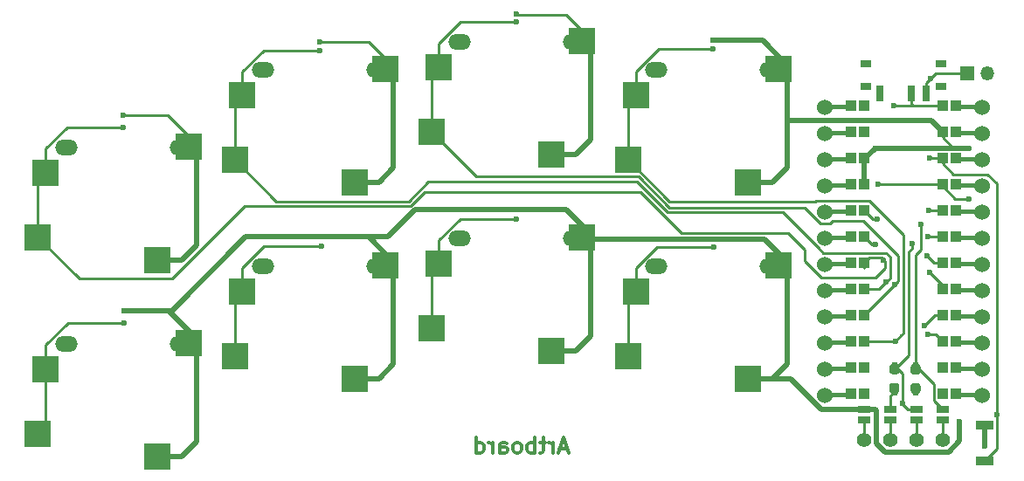
<source format=gbl>
G04 #@! TF.GenerationSoftware,KiCad,Pcbnew,5.1.9*
G04 #@! TF.CreationDate,2021-04-21T20:38:48-05:00*
G04 #@! TF.ProjectId,artboard,61727462-6f61-4726-942e-6b696361645f,0.1*
G04 #@! TF.SameCoordinates,Original*
G04 #@! TF.FileFunction,Copper,L2,Bot*
G04 #@! TF.FilePolarity,Positive*
%FSLAX46Y46*%
G04 Gerber Fmt 4.6, Leading zero omitted, Abs format (unit mm)*
G04 Created by KiCad (PCBNEW 5.1.9) date 2021-04-21 20:38:48*
%MOMM*%
%LPD*%
G01*
G04 APERTURE LIST*
G04 #@! TA.AperFunction,NonConductor*
%ADD10C,0.300000*%
G04 #@! TD*
G04 #@! TA.AperFunction,EtchedComponent*
%ADD11C,0.100000*%
G04 #@! TD*
G04 #@! TA.AperFunction,SMDPad,CuDef*
%ADD12R,2.600000X2.600000*%
G04 #@! TD*
G04 #@! TA.AperFunction,ComponentPad*
%ADD13O,2.200000X1.500000*%
G04 #@! TD*
G04 #@! TA.AperFunction,SMDPad,CuDef*
%ADD14C,0.100000*%
G04 #@! TD*
G04 #@! TA.AperFunction,ComponentPad*
%ADD15C,1.524000*%
G04 #@! TD*
G04 #@! TA.AperFunction,ComponentPad*
%ADD16C,0.750000*%
G04 #@! TD*
G04 #@! TA.AperFunction,SMDPad,CuDef*
%ADD17R,1.700000X0.900000*%
G04 #@! TD*
G04 #@! TA.AperFunction,SMDPad,CuDef*
%ADD18R,0.700000X1.500000*%
G04 #@! TD*
G04 #@! TA.AperFunction,SMDPad,CuDef*
%ADD19R,1.000000X0.800000*%
G04 #@! TD*
G04 #@! TA.AperFunction,SMDPad,CuDef*
%ADD20R,1.143000X0.635000*%
G04 #@! TD*
G04 #@! TA.AperFunction,ComponentPad*
%ADD21C,1.397000*%
G04 #@! TD*
G04 #@! TA.AperFunction,ComponentPad*
%ADD22R,1.350000X1.350000*%
G04 #@! TD*
G04 #@! TA.AperFunction,ComponentPad*
%ADD23O,1.350000X1.350000*%
G04 #@! TD*
G04 #@! TA.AperFunction,ViaPad*
%ADD24C,0.600000*%
G04 #@! TD*
G04 #@! TA.AperFunction,Conductor*
%ADD25C,0.250000*%
G04 #@! TD*
G04 #@! TA.AperFunction,Conductor*
%ADD26C,0.500000*%
G04 #@! TD*
G04 APERTURE END LIST*
D10*
X84172471Y-73158300D02*
X83458185Y-73158300D01*
X84315328Y-73586871D02*
X83815328Y-72086871D01*
X83315328Y-73586871D01*
X82815328Y-73586871D02*
X82815328Y-72586871D01*
X82815328Y-72872585D02*
X82743900Y-72729728D01*
X82672471Y-72658300D01*
X82529614Y-72586871D01*
X82386757Y-72586871D01*
X82101042Y-72586871D02*
X81529614Y-72586871D01*
X81886757Y-72086871D02*
X81886757Y-73372585D01*
X81815328Y-73515442D01*
X81672471Y-73586871D01*
X81529614Y-73586871D01*
X81029614Y-73586871D02*
X81029614Y-72086871D01*
X81029614Y-72658300D02*
X80886757Y-72586871D01*
X80601042Y-72586871D01*
X80458185Y-72658300D01*
X80386757Y-72729728D01*
X80315328Y-72872585D01*
X80315328Y-73301157D01*
X80386757Y-73444014D01*
X80458185Y-73515442D01*
X80601042Y-73586871D01*
X80886757Y-73586871D01*
X81029614Y-73515442D01*
X79458185Y-73586871D02*
X79601042Y-73515442D01*
X79672471Y-73444014D01*
X79743900Y-73301157D01*
X79743900Y-72872585D01*
X79672471Y-72729728D01*
X79601042Y-72658300D01*
X79458185Y-72586871D01*
X79243900Y-72586871D01*
X79101042Y-72658300D01*
X79029614Y-72729728D01*
X78958185Y-72872585D01*
X78958185Y-73301157D01*
X79029614Y-73444014D01*
X79101042Y-73515442D01*
X79243900Y-73586871D01*
X79458185Y-73586871D01*
X77672471Y-73586871D02*
X77672471Y-72801157D01*
X77743900Y-72658300D01*
X77886757Y-72586871D01*
X78172471Y-72586871D01*
X78315328Y-72658300D01*
X77672471Y-73515442D02*
X77815328Y-73586871D01*
X78172471Y-73586871D01*
X78315328Y-73515442D01*
X78386757Y-73372585D01*
X78386757Y-73229728D01*
X78315328Y-73086871D01*
X78172471Y-73015442D01*
X77815328Y-73015442D01*
X77672471Y-72944014D01*
X76958185Y-73586871D02*
X76958185Y-72586871D01*
X76958185Y-72872585D02*
X76886757Y-72729728D01*
X76815328Y-72658300D01*
X76672471Y-72586871D01*
X76529614Y-72586871D01*
X75386757Y-73586871D02*
X75386757Y-72086871D01*
X75386757Y-73515442D02*
X75529614Y-73586871D01*
X75815328Y-73586871D01*
X75958185Y-73515442D01*
X76029614Y-73444014D01*
X76101042Y-73301157D01*
X76101042Y-72872585D01*
X76029614Y-72729728D01*
X75958185Y-72658300D01*
X75815328Y-72586871D01*
X75529614Y-72586871D01*
X75386757Y-72658300D01*
D11*
G36*
X124371700Y-68109400D02*
G01*
X121831700Y-68109400D01*
X121831700Y-67728400D01*
X124371700Y-67728400D01*
X124371700Y-68109400D01*
G37*
X124371700Y-68109400D02*
X121831700Y-68109400D01*
X121831700Y-67728400D01*
X124371700Y-67728400D01*
X124371700Y-68109400D01*
G36*
X124371700Y-65569400D02*
G01*
X121831700Y-65569400D01*
X121831700Y-65188400D01*
X124371700Y-65188400D01*
X124371700Y-65569400D01*
G37*
X124371700Y-65569400D02*
X121831700Y-65569400D01*
X121831700Y-65188400D01*
X124371700Y-65188400D01*
X124371700Y-65569400D01*
G36*
X124371700Y-63029400D02*
G01*
X121831700Y-63029400D01*
X121831700Y-62648400D01*
X124371700Y-62648400D01*
X124371700Y-63029400D01*
G37*
X124371700Y-63029400D02*
X121831700Y-63029400D01*
X121831700Y-62648400D01*
X124371700Y-62648400D01*
X124371700Y-63029400D01*
G36*
X124371700Y-60489400D02*
G01*
X121831700Y-60489400D01*
X121831700Y-60108400D01*
X124371700Y-60108400D01*
X124371700Y-60489400D01*
G37*
X124371700Y-60489400D02*
X121831700Y-60489400D01*
X121831700Y-60108400D01*
X124371700Y-60108400D01*
X124371700Y-60489400D01*
G36*
X124371700Y-57949400D02*
G01*
X121831700Y-57949400D01*
X121831700Y-57568400D01*
X124371700Y-57568400D01*
X124371700Y-57949400D01*
G37*
X124371700Y-57949400D02*
X121831700Y-57949400D01*
X121831700Y-57568400D01*
X124371700Y-57568400D01*
X124371700Y-57949400D01*
G36*
X124371700Y-55409400D02*
G01*
X121831700Y-55409400D01*
X121831700Y-55028400D01*
X124371700Y-55028400D01*
X124371700Y-55409400D01*
G37*
X124371700Y-55409400D02*
X121831700Y-55409400D01*
X121831700Y-55028400D01*
X124371700Y-55028400D01*
X124371700Y-55409400D01*
G36*
X124371700Y-52869400D02*
G01*
X121831700Y-52869400D01*
X121831700Y-52488400D01*
X124371700Y-52488400D01*
X124371700Y-52869400D01*
G37*
X124371700Y-52869400D02*
X121831700Y-52869400D01*
X121831700Y-52488400D01*
X124371700Y-52488400D01*
X124371700Y-52869400D01*
G36*
X124371700Y-50329400D02*
G01*
X121831700Y-50329400D01*
X121831700Y-49948400D01*
X124371700Y-49948400D01*
X124371700Y-50329400D01*
G37*
X124371700Y-50329400D02*
X121831700Y-50329400D01*
X121831700Y-49948400D01*
X124371700Y-49948400D01*
X124371700Y-50329400D01*
G36*
X124371700Y-47789400D02*
G01*
X121831700Y-47789400D01*
X121831700Y-47408400D01*
X124371700Y-47408400D01*
X124371700Y-47789400D01*
G37*
X124371700Y-47789400D02*
X121831700Y-47789400D01*
X121831700Y-47408400D01*
X124371700Y-47408400D01*
X124371700Y-47789400D01*
G36*
X124371700Y-45249400D02*
G01*
X121831700Y-45249400D01*
X121831700Y-44868400D01*
X124371700Y-44868400D01*
X124371700Y-45249400D01*
G37*
X124371700Y-45249400D02*
X121831700Y-45249400D01*
X121831700Y-44868400D01*
X124371700Y-44868400D01*
X124371700Y-45249400D01*
G36*
X124371700Y-42709400D02*
G01*
X121831700Y-42709400D01*
X121831700Y-42328400D01*
X124371700Y-42328400D01*
X124371700Y-42709400D01*
G37*
X124371700Y-42709400D02*
X121831700Y-42709400D01*
X121831700Y-42328400D01*
X124371700Y-42328400D01*
X124371700Y-42709400D01*
G36*
X124371700Y-40169400D02*
G01*
X121831700Y-40169400D01*
X121831700Y-39788400D01*
X124371700Y-39788400D01*
X124371700Y-40169400D01*
G37*
X124371700Y-40169400D02*
X121831700Y-40169400D01*
X121831700Y-39788400D01*
X124371700Y-39788400D01*
X124371700Y-40169400D01*
G36*
X111671700Y-68109400D02*
G01*
X109131700Y-68109400D01*
X109131700Y-67728400D01*
X111671700Y-67728400D01*
X111671700Y-68109400D01*
G37*
X111671700Y-68109400D02*
X109131700Y-68109400D01*
X109131700Y-67728400D01*
X111671700Y-67728400D01*
X111671700Y-68109400D01*
G36*
X111671700Y-65569400D02*
G01*
X109131700Y-65569400D01*
X109131700Y-65188400D01*
X111671700Y-65188400D01*
X111671700Y-65569400D01*
G37*
X111671700Y-65569400D02*
X109131700Y-65569400D01*
X109131700Y-65188400D01*
X111671700Y-65188400D01*
X111671700Y-65569400D01*
G36*
X111671700Y-63029400D02*
G01*
X109131700Y-63029400D01*
X109131700Y-62648400D01*
X111671700Y-62648400D01*
X111671700Y-63029400D01*
G37*
X111671700Y-63029400D02*
X109131700Y-63029400D01*
X109131700Y-62648400D01*
X111671700Y-62648400D01*
X111671700Y-63029400D01*
G36*
X111671700Y-60489400D02*
G01*
X109131700Y-60489400D01*
X109131700Y-60108400D01*
X111671700Y-60108400D01*
X111671700Y-60489400D01*
G37*
X111671700Y-60489400D02*
X109131700Y-60489400D01*
X109131700Y-60108400D01*
X111671700Y-60108400D01*
X111671700Y-60489400D01*
G36*
X111671700Y-57949400D02*
G01*
X109131700Y-57949400D01*
X109131700Y-57568400D01*
X111671700Y-57568400D01*
X111671700Y-57949400D01*
G37*
X111671700Y-57949400D02*
X109131700Y-57949400D01*
X109131700Y-57568400D01*
X111671700Y-57568400D01*
X111671700Y-57949400D01*
G36*
X111671700Y-55409400D02*
G01*
X109131700Y-55409400D01*
X109131700Y-55028400D01*
X111671700Y-55028400D01*
X111671700Y-55409400D01*
G37*
X111671700Y-55409400D02*
X109131700Y-55409400D01*
X109131700Y-55028400D01*
X111671700Y-55028400D01*
X111671700Y-55409400D01*
G36*
X111671700Y-52869400D02*
G01*
X109131700Y-52869400D01*
X109131700Y-52488400D01*
X111671700Y-52488400D01*
X111671700Y-52869400D01*
G37*
X111671700Y-52869400D02*
X109131700Y-52869400D01*
X109131700Y-52488400D01*
X111671700Y-52488400D01*
X111671700Y-52869400D01*
G36*
X111671700Y-50329400D02*
G01*
X109131700Y-50329400D01*
X109131700Y-49948400D01*
X111671700Y-49948400D01*
X111671700Y-50329400D01*
G37*
X111671700Y-50329400D02*
X109131700Y-50329400D01*
X109131700Y-49948400D01*
X111671700Y-49948400D01*
X111671700Y-50329400D01*
G36*
X111671700Y-45249400D02*
G01*
X109131700Y-45249400D01*
X109131700Y-44868400D01*
X111671700Y-44868400D01*
X111671700Y-45249400D01*
G37*
X111671700Y-45249400D02*
X109131700Y-45249400D01*
X109131700Y-44868400D01*
X111671700Y-44868400D01*
X111671700Y-45249400D01*
G36*
X111671700Y-47789400D02*
G01*
X109131700Y-47789400D01*
X109131700Y-47408400D01*
X111671700Y-47408400D01*
X111671700Y-47789400D01*
G37*
X111671700Y-47789400D02*
X109131700Y-47789400D01*
X109131700Y-47408400D01*
X111671700Y-47408400D01*
X111671700Y-47789400D01*
G36*
X111671700Y-42709400D02*
G01*
X109131700Y-42709400D01*
X109131700Y-42328400D01*
X111671700Y-42328400D01*
X111671700Y-42709400D01*
G37*
X111671700Y-42709400D02*
X109131700Y-42709400D01*
X109131700Y-42328400D01*
X111671700Y-42328400D01*
X111671700Y-42709400D01*
G36*
X111671700Y-40169400D02*
G01*
X109131700Y-40169400D01*
X109131700Y-39788400D01*
X111671700Y-39788400D01*
X111671700Y-40169400D01*
G37*
X111671700Y-40169400D02*
X109131700Y-40169400D01*
X109131700Y-39788400D01*
X111671700Y-39788400D01*
X111671700Y-40169400D01*
D12*
X85627500Y-52728000D03*
X71777500Y-55268000D03*
X82637500Y-63708000D03*
X71037500Y-61508000D03*
D13*
X84887500Y-52808000D03*
X73787500Y-52808000D03*
D12*
X47489400Y-43878900D03*
X33639400Y-46418900D03*
X44499400Y-54858900D03*
X32899400Y-52658900D03*
D13*
X46749400Y-43958900D03*
X35649400Y-43958900D03*
D12*
X66564800Y-36395800D03*
X52714800Y-38935800D03*
X63574800Y-47375800D03*
X51974800Y-45175800D03*
D13*
X65824800Y-36475800D03*
X54724800Y-36475800D03*
D12*
X85627500Y-33678000D03*
X71777500Y-36218000D03*
X82637500Y-44658000D03*
X71037500Y-42458000D03*
D13*
X84887500Y-33758000D03*
X73787500Y-33758000D03*
D12*
X47489400Y-62928900D03*
X33639400Y-65468900D03*
X44499400Y-73908900D03*
X32899400Y-71708900D03*
D13*
X46749400Y-63008900D03*
X35649400Y-63008900D03*
D12*
X66564800Y-55445800D03*
X52714800Y-57985800D03*
X63574800Y-66425800D03*
X51974800Y-64225800D03*
D13*
X65824800Y-55525800D03*
X54724800Y-55525800D03*
D12*
X104690200Y-55445800D03*
X90840200Y-57985800D03*
X101700200Y-66425800D03*
X90100200Y-64225800D03*
D13*
X103950200Y-55525800D03*
X92850200Y-55525800D03*
D12*
X104690200Y-36395800D03*
X90840200Y-38935800D03*
X101700200Y-47375800D03*
X90100200Y-45175800D03*
D13*
X103950200Y-36475800D03*
X92850200Y-36475800D03*
G04 #@! TA.AperFunction,SMDPad,CuDef*
D14*
G36*
X111171700Y-53115400D02*
G01*
X111171700Y-52115400D01*
X112171700Y-52115400D01*
X112171700Y-53115400D01*
X111171700Y-53115400D01*
G37*
G04 #@! TD.AperFunction*
G04 #@! TA.AperFunction,SMDPad,CuDef*
G36*
X121331700Y-53115400D02*
G01*
X121331700Y-52115400D01*
X122331700Y-52115400D01*
X122331700Y-53115400D01*
X121331700Y-53115400D01*
G37*
G04 #@! TD.AperFunction*
G04 #@! TA.AperFunction,SMDPad,CuDef*
G36*
X112441700Y-40415400D02*
G01*
X112441700Y-39415400D01*
X113441700Y-39415400D01*
X113441700Y-40415400D01*
X112441700Y-40415400D01*
G37*
G04 #@! TD.AperFunction*
G04 #@! TA.AperFunction,SMDPad,CuDef*
G36*
X120061700Y-65815400D02*
G01*
X120061700Y-64815400D01*
X121061700Y-64815400D01*
X121061700Y-65815400D01*
X120061700Y-65815400D01*
G37*
G04 #@! TD.AperFunction*
G04 #@! TA.AperFunction,SMDPad,CuDef*
G36*
X111171700Y-68355400D02*
G01*
X111171700Y-67355400D01*
X112171700Y-67355400D01*
X112171700Y-68355400D01*
X111171700Y-68355400D01*
G37*
G04 #@! TD.AperFunction*
G04 #@! TA.AperFunction,SMDPad,CuDef*
G36*
X111171700Y-55655400D02*
G01*
X111171700Y-54655400D01*
X112171700Y-54655400D01*
X112171700Y-55655400D01*
X111171700Y-55655400D01*
G37*
G04 #@! TD.AperFunction*
G04 #@! TA.AperFunction,SMDPad,CuDef*
G36*
X112441700Y-48035400D02*
G01*
X112441700Y-47035400D01*
X113441700Y-47035400D01*
X113441700Y-48035400D01*
X112441700Y-48035400D01*
G37*
G04 #@! TD.AperFunction*
G04 #@! TA.AperFunction,SMDPad,CuDef*
G36*
X121331700Y-48035400D02*
G01*
X121331700Y-47035400D01*
X122331700Y-47035400D01*
X122331700Y-48035400D01*
X121331700Y-48035400D01*
G37*
G04 #@! TD.AperFunction*
G04 #@! TA.AperFunction,SMDPad,CuDef*
G36*
X121331700Y-60735400D02*
G01*
X121331700Y-59735400D01*
X122331700Y-59735400D01*
X122331700Y-60735400D01*
X121331700Y-60735400D01*
G37*
G04 #@! TD.AperFunction*
G04 #@! TA.AperFunction,SMDPad,CuDef*
G36*
X121331700Y-68355400D02*
G01*
X121331700Y-67355400D01*
X122331700Y-67355400D01*
X122331700Y-68355400D01*
X121331700Y-68355400D01*
G37*
G04 #@! TD.AperFunction*
G04 #@! TA.AperFunction,SMDPad,CuDef*
G36*
X120061700Y-50575400D02*
G01*
X120061700Y-49575400D01*
X121061700Y-49575400D01*
X121061700Y-50575400D01*
X120061700Y-50575400D01*
G37*
G04 #@! TD.AperFunction*
G04 #@! TA.AperFunction,SMDPad,CuDef*
G36*
X112441700Y-65815400D02*
G01*
X112441700Y-64815400D01*
X113441700Y-64815400D01*
X113441700Y-65815400D01*
X112441700Y-65815400D01*
G37*
G04 #@! TD.AperFunction*
G04 #@! TA.AperFunction,SMDPad,CuDef*
G36*
X121331700Y-50575400D02*
G01*
X121331700Y-49575400D01*
X122331700Y-49575400D01*
X122331700Y-50575400D01*
X121331700Y-50575400D01*
G37*
G04 #@! TD.AperFunction*
G04 #@! TA.AperFunction,SMDPad,CuDef*
G36*
X111171700Y-48035400D02*
G01*
X111171700Y-47035400D01*
X112171700Y-47035400D01*
X112171700Y-48035400D01*
X111171700Y-48035400D01*
G37*
G04 #@! TD.AperFunction*
G04 #@! TA.AperFunction,SMDPad,CuDef*
G36*
X111171700Y-45495400D02*
G01*
X111171700Y-44495400D01*
X112171700Y-44495400D01*
X112171700Y-45495400D01*
X111171700Y-45495400D01*
G37*
G04 #@! TD.AperFunction*
G04 #@! TA.AperFunction,SMDPad,CuDef*
G36*
X121331700Y-42955400D02*
G01*
X121331700Y-41955400D01*
X122331700Y-41955400D01*
X122331700Y-42955400D01*
X121331700Y-42955400D01*
G37*
G04 #@! TD.AperFunction*
G04 #@! TA.AperFunction,SMDPad,CuDef*
G36*
X112441700Y-42955400D02*
G01*
X112441700Y-41955400D01*
X113441700Y-41955400D01*
X113441700Y-42955400D01*
X112441700Y-42955400D01*
G37*
G04 #@! TD.AperFunction*
G04 #@! TA.AperFunction,SMDPad,CuDef*
G36*
X121331700Y-45495400D02*
G01*
X121331700Y-44495400D01*
X122331700Y-44495400D01*
X122331700Y-45495400D01*
X121331700Y-45495400D01*
G37*
G04 #@! TD.AperFunction*
G04 #@! TA.AperFunction,SMDPad,CuDef*
G36*
X121331700Y-55655400D02*
G01*
X121331700Y-54655400D01*
X122331700Y-54655400D01*
X122331700Y-55655400D01*
X121331700Y-55655400D01*
G37*
G04 #@! TD.AperFunction*
G04 #@! TA.AperFunction,SMDPad,CuDef*
G36*
X121331700Y-63275400D02*
G01*
X121331700Y-62275400D01*
X122331700Y-62275400D01*
X122331700Y-63275400D01*
X121331700Y-63275400D01*
G37*
G04 #@! TD.AperFunction*
G04 #@! TA.AperFunction,SMDPad,CuDef*
G36*
X112441700Y-55655400D02*
G01*
X112441700Y-54655400D01*
X113441700Y-54655400D01*
X113441700Y-55655400D01*
X112441700Y-55655400D01*
G37*
G04 #@! TD.AperFunction*
G04 #@! TA.AperFunction,SMDPad,CuDef*
G36*
X120061700Y-48035400D02*
G01*
X120061700Y-47035400D01*
X121061700Y-47035400D01*
X121061700Y-48035400D01*
X120061700Y-48035400D01*
G37*
G04 #@! TD.AperFunction*
G04 #@! TA.AperFunction,SMDPad,CuDef*
G36*
X111171700Y-63275400D02*
G01*
X111171700Y-62275400D01*
X112171700Y-62275400D01*
X112171700Y-63275400D01*
X111171700Y-63275400D01*
G37*
G04 #@! TD.AperFunction*
G04 #@! TA.AperFunction,SMDPad,CuDef*
G36*
X120061700Y-68355400D02*
G01*
X120061700Y-67355400D01*
X121061700Y-67355400D01*
X121061700Y-68355400D01*
X120061700Y-68355400D01*
G37*
G04 #@! TD.AperFunction*
G04 #@! TA.AperFunction,SMDPad,CuDef*
G36*
X120061700Y-53115400D02*
G01*
X120061700Y-52115400D01*
X121061700Y-52115400D01*
X121061700Y-53115400D01*
X120061700Y-53115400D01*
G37*
G04 #@! TD.AperFunction*
G04 #@! TA.AperFunction,SMDPad,CuDef*
G36*
X120061700Y-58195400D02*
G01*
X120061700Y-57195400D01*
X121061700Y-57195400D01*
X121061700Y-58195400D01*
X120061700Y-58195400D01*
G37*
G04 #@! TD.AperFunction*
G04 #@! TA.AperFunction,SMDPad,CuDef*
G36*
X121331700Y-58195400D02*
G01*
X121331700Y-57195400D01*
X122331700Y-57195400D01*
X122331700Y-58195400D01*
X121331700Y-58195400D01*
G37*
G04 #@! TD.AperFunction*
G04 #@! TA.AperFunction,SMDPad,CuDef*
G36*
X112441700Y-63275400D02*
G01*
X112441700Y-62275400D01*
X113441700Y-62275400D01*
X113441700Y-63275400D01*
X112441700Y-63275400D01*
G37*
G04 #@! TD.AperFunction*
G04 #@! TA.AperFunction,SMDPad,CuDef*
G36*
X121331700Y-40415400D02*
G01*
X121331700Y-39415400D01*
X122331700Y-39415400D01*
X122331700Y-40415400D01*
X121331700Y-40415400D01*
G37*
G04 #@! TD.AperFunction*
G04 #@! TA.AperFunction,SMDPad,CuDef*
G36*
X120061700Y-60735400D02*
G01*
X120061700Y-59735400D01*
X121061700Y-59735400D01*
X121061700Y-60735400D01*
X120061700Y-60735400D01*
G37*
G04 #@! TD.AperFunction*
G04 #@! TA.AperFunction,SMDPad,CuDef*
G36*
X120061700Y-55655400D02*
G01*
X120061700Y-54655400D01*
X121061700Y-54655400D01*
X121061700Y-55655400D01*
X120061700Y-55655400D01*
G37*
G04 #@! TD.AperFunction*
G04 #@! TA.AperFunction,SMDPad,CuDef*
G36*
X120061700Y-40415400D02*
G01*
X120061700Y-39415400D01*
X121061700Y-39415400D01*
X121061700Y-40415400D01*
X120061700Y-40415400D01*
G37*
G04 #@! TD.AperFunction*
G04 #@! TA.AperFunction,SMDPad,CuDef*
G36*
X112441700Y-68355400D02*
G01*
X112441700Y-67355400D01*
X113441700Y-67355400D01*
X113441700Y-68355400D01*
X112441700Y-68355400D01*
G37*
G04 #@! TD.AperFunction*
G04 #@! TA.AperFunction,SMDPad,CuDef*
G36*
X111171700Y-50575400D02*
G01*
X111171700Y-49575400D01*
X112171700Y-49575400D01*
X112171700Y-50575400D01*
X111171700Y-50575400D01*
G37*
G04 #@! TD.AperFunction*
G04 #@! TA.AperFunction,SMDPad,CuDef*
G36*
X120061700Y-45495400D02*
G01*
X120061700Y-44495400D01*
X121061700Y-44495400D01*
X121061700Y-45495400D01*
X120061700Y-45495400D01*
G37*
G04 #@! TD.AperFunction*
G04 #@! TA.AperFunction,SMDPad,CuDef*
G36*
X120061700Y-63275400D02*
G01*
X120061700Y-62275400D01*
X121061700Y-62275400D01*
X121061700Y-63275400D01*
X120061700Y-63275400D01*
G37*
G04 #@! TD.AperFunction*
G04 #@! TA.AperFunction,SMDPad,CuDef*
G36*
X112441700Y-60735400D02*
G01*
X112441700Y-59735400D01*
X113441700Y-59735400D01*
X113441700Y-60735400D01*
X112441700Y-60735400D01*
G37*
G04 #@! TD.AperFunction*
G04 #@! TA.AperFunction,SMDPad,CuDef*
G36*
X111171700Y-42955400D02*
G01*
X111171700Y-41955400D01*
X112171700Y-41955400D01*
X112171700Y-42955400D01*
X111171700Y-42955400D01*
G37*
G04 #@! TD.AperFunction*
G04 #@! TA.AperFunction,SMDPad,CuDef*
G36*
X111171700Y-40415400D02*
G01*
X111171700Y-39415400D01*
X112171700Y-39415400D01*
X112171700Y-40415400D01*
X111171700Y-40415400D01*
G37*
G04 #@! TD.AperFunction*
G04 #@! TA.AperFunction,SMDPad,CuDef*
G36*
X112441700Y-53115400D02*
G01*
X112441700Y-52115400D01*
X113441700Y-52115400D01*
X113441700Y-53115400D01*
X112441700Y-53115400D01*
G37*
G04 #@! TD.AperFunction*
G04 #@! TA.AperFunction,SMDPad,CuDef*
G36*
X120061700Y-42955400D02*
G01*
X120061700Y-41955400D01*
X121061700Y-41955400D01*
X121061700Y-42955400D01*
X120061700Y-42955400D01*
G37*
G04 #@! TD.AperFunction*
G04 #@! TA.AperFunction,SMDPad,CuDef*
G36*
X111171700Y-65815400D02*
G01*
X111171700Y-64815400D01*
X112171700Y-64815400D01*
X112171700Y-65815400D01*
X111171700Y-65815400D01*
G37*
G04 #@! TD.AperFunction*
G04 #@! TA.AperFunction,SMDPad,CuDef*
G36*
X112441700Y-58195400D02*
G01*
X112441700Y-57195400D01*
X113441700Y-57195400D01*
X113441700Y-58195400D01*
X112441700Y-58195400D01*
G37*
G04 #@! TD.AperFunction*
G04 #@! TA.AperFunction,SMDPad,CuDef*
G36*
X111171700Y-60735400D02*
G01*
X111171700Y-59735400D01*
X112171700Y-59735400D01*
X112171700Y-60735400D01*
X111171700Y-60735400D01*
G37*
G04 #@! TD.AperFunction*
G04 #@! TA.AperFunction,SMDPad,CuDef*
G36*
X111171700Y-58195400D02*
G01*
X111171700Y-57195400D01*
X112171700Y-57195400D01*
X112171700Y-58195400D01*
X111171700Y-58195400D01*
G37*
G04 #@! TD.AperFunction*
G04 #@! TA.AperFunction,SMDPad,CuDef*
G36*
X112441700Y-45495400D02*
G01*
X112441700Y-44495400D01*
X113441700Y-44495400D01*
X113441700Y-45495400D01*
X112441700Y-45495400D01*
G37*
G04 #@! TD.AperFunction*
G04 #@! TA.AperFunction,SMDPad,CuDef*
G36*
X112441700Y-50575400D02*
G01*
X112441700Y-49575400D01*
X113441700Y-49575400D01*
X113441700Y-50575400D01*
X112441700Y-50575400D01*
G37*
G04 #@! TD.AperFunction*
G04 #@! TA.AperFunction,SMDPad,CuDef*
G36*
X121331700Y-65815400D02*
G01*
X121331700Y-64815400D01*
X122331700Y-64815400D01*
X122331700Y-65815400D01*
X121331700Y-65815400D01*
G37*
G04 #@! TD.AperFunction*
D15*
X124408100Y-40042400D03*
X124408100Y-42582400D03*
X124408100Y-45122400D03*
X124408100Y-47662400D03*
X124408100Y-50202400D03*
X124408100Y-52742400D03*
X124408100Y-55282400D03*
X124408100Y-57822400D03*
X124408100Y-60362400D03*
X124408100Y-62902400D03*
X124408100Y-65442400D03*
X124408100Y-67982400D03*
X109188100Y-67982400D03*
X109188100Y-65442400D03*
X109188100Y-62902400D03*
X109188100Y-60362400D03*
X109188100Y-57822400D03*
X109188100Y-55282400D03*
X109188100Y-52742400D03*
X109188100Y-50202400D03*
X109188100Y-47662400D03*
X109188100Y-45122400D03*
X109188100Y-42582400D03*
X109188100Y-40042400D03*
D16*
X115900800Y-65112200D03*
X115900800Y-67652200D03*
G04 #@! TA.AperFunction,SMDPad,CuDef*
G36*
G01*
X116138300Y-65957200D02*
X115663300Y-65957200D01*
G75*
G02*
X115425800Y-65719700I0J237500D01*
G01*
X115425800Y-65219700D01*
G75*
G02*
X115663300Y-64982200I237500J0D01*
G01*
X116138300Y-64982200D01*
G75*
G02*
X116375800Y-65219700I0J-237500D01*
G01*
X116375800Y-65719700D01*
G75*
G02*
X116138300Y-65957200I-237500J0D01*
G01*
G37*
G04 #@! TD.AperFunction*
G04 #@! TA.AperFunction,SMDPad,CuDef*
G36*
G01*
X116138300Y-67782200D02*
X115663300Y-67782200D01*
G75*
G02*
X115425800Y-67544700I0J237500D01*
G01*
X115425800Y-67044700D01*
G75*
G02*
X115663300Y-66807200I237500J0D01*
G01*
X116138300Y-66807200D01*
G75*
G02*
X116375800Y-67044700I0J-237500D01*
G01*
X116375800Y-67544700D01*
G75*
G02*
X116138300Y-67782200I-237500J0D01*
G01*
G37*
G04 #@! TD.AperFunction*
X117958200Y-65137600D03*
X117958200Y-67677600D03*
G04 #@! TA.AperFunction,SMDPad,CuDef*
G36*
G01*
X118195700Y-65982600D02*
X117720700Y-65982600D01*
G75*
G02*
X117483200Y-65745100I0J237500D01*
G01*
X117483200Y-65245100D01*
G75*
G02*
X117720700Y-65007600I237500J0D01*
G01*
X118195700Y-65007600D01*
G75*
G02*
X118433200Y-65245100I0J-237500D01*
G01*
X118433200Y-65745100D01*
G75*
G02*
X118195700Y-65982600I-237500J0D01*
G01*
G37*
G04 #@! TD.AperFunction*
G04 #@! TA.AperFunction,SMDPad,CuDef*
G36*
G01*
X118195700Y-67807600D02*
X117720700Y-67807600D01*
G75*
G02*
X117483200Y-67570100I0J237500D01*
G01*
X117483200Y-67070100D01*
G75*
G02*
X117720700Y-66832600I237500J0D01*
G01*
X118195700Y-66832600D01*
G75*
G02*
X118433200Y-67070100I0J-237500D01*
G01*
X118433200Y-67570100D01*
G75*
G02*
X118195700Y-67807600I-237500J0D01*
G01*
G37*
G04 #@! TD.AperFunction*
D17*
X124663800Y-70943300D03*
X124663800Y-74343300D03*
D18*
X114514400Y-38691100D03*
X117514400Y-38691100D03*
X119014400Y-38691100D03*
D19*
X113114400Y-35831100D03*
X120414400Y-35831100D03*
X120414400Y-38041100D03*
X113114400Y-38041100D03*
D20*
X120599800Y-69392400D03*
X120599800Y-70393160D03*
X118059800Y-69392400D03*
X118059800Y-70393160D03*
X115532500Y-69392400D03*
X115532500Y-70393160D03*
X112992500Y-69400020D03*
X112992500Y-70400780D03*
D21*
X112992500Y-72338500D03*
X115532500Y-72338500D03*
X118072500Y-72338500D03*
X120612500Y-72338500D03*
D22*
X122949300Y-36816600D03*
D23*
X124949300Y-36816600D03*
D24*
X122209561Y-70536539D03*
X123158301Y-44035399D03*
X114039701Y-44035399D03*
X124635261Y-72962239D03*
X41174000Y-40866200D03*
X41250200Y-59852700D03*
X60465300Y-52613700D03*
X60236700Y-33766900D03*
X79261300Y-50010200D03*
X98273200Y-52880400D03*
X98349400Y-33601800D03*
X79300101Y-31035699D03*
X123152500Y-48968800D03*
X114324300Y-47535400D03*
X125838801Y-69917199D03*
X119318800Y-44995400D03*
X116700810Y-68806290D03*
X117666100Y-53261400D03*
X114084700Y-53375700D03*
X114237100Y-50962700D03*
X118440800Y-51458000D03*
X119400650Y-37304850D03*
X115820900Y-39884600D03*
X41135900Y-42009200D03*
X114865750Y-54893350D03*
X60224000Y-34554300D03*
X115094350Y-57039650D03*
X79286700Y-31785700D03*
X115946100Y-57231000D03*
X98336700Y-34389200D03*
X116046850Y-62741950D03*
X41275600Y-60983000D03*
X119101200Y-54506000D03*
X60389100Y-53566200D03*
X119279000Y-56068100D03*
X79261300Y-50899200D03*
X118821800Y-61262400D03*
X98374800Y-53604300D03*
X119155649Y-62116949D03*
X119201100Y-50075400D03*
X119124900Y-52615400D03*
D25*
X120561700Y-42955400D02*
X120561700Y-42455400D01*
X121641699Y-44035399D02*
X120561700Y-42955400D01*
X121786701Y-44035399D02*
X114039701Y-44035399D01*
X123158301Y-44035399D02*
X121786701Y-44035399D01*
X121786701Y-44035399D02*
X121641699Y-44035399D01*
X46700402Y-54858900D02*
X48174410Y-53384892D01*
X44499400Y-54858900D02*
X46700402Y-54858900D01*
X48174410Y-43513617D02*
X45526993Y-40866200D01*
X48174410Y-45232290D02*
X48174410Y-43513617D01*
X48174410Y-53384892D02*
X48174410Y-45232290D01*
X48174410Y-45232290D02*
X48174410Y-43878900D01*
X45526993Y-40866200D02*
X41174000Y-40866200D01*
X41174000Y-40866200D02*
X41174000Y-40866200D01*
X46700402Y-73908900D02*
X48174410Y-72434892D01*
X44499400Y-73908900D02*
X46700402Y-73908900D01*
X48174410Y-62563617D02*
X45463493Y-59852700D01*
X48174410Y-64498190D02*
X48174410Y-62563617D01*
X48174410Y-72434892D02*
X48174410Y-64498190D01*
X48174410Y-64498190D02*
X48174410Y-62928900D01*
X45463493Y-59852700D02*
X41250200Y-59852700D01*
X41250200Y-59852700D02*
X41250200Y-59852700D01*
X65775802Y-66425800D02*
X67249810Y-64951792D01*
X63574800Y-66425800D02*
X65775802Y-66425800D01*
X67249810Y-55080517D02*
X64782993Y-52613700D01*
X67249810Y-56941690D02*
X67249810Y-55080517D01*
X67249810Y-64951792D02*
X67249810Y-56941690D01*
X67249810Y-56941690D02*
X67249810Y-55445800D01*
X64782993Y-52613700D02*
X60465300Y-52613700D01*
X60465300Y-52613700D02*
X60465300Y-52613700D01*
X65775802Y-47375800D02*
X67249810Y-45901792D01*
X63574800Y-47375800D02*
X65775802Y-47375800D01*
X67249810Y-36030517D02*
X64986193Y-33766900D01*
X67249810Y-37840890D02*
X67249810Y-36030517D01*
X67249810Y-45901792D02*
X67249810Y-37840890D01*
X67249810Y-37840890D02*
X67249810Y-36395800D01*
X64986193Y-33766900D02*
X60236700Y-33766900D01*
X60236700Y-33766900D02*
X60236700Y-33766900D01*
X84838502Y-44658000D02*
X86312510Y-43183992D01*
X82637500Y-44658000D02*
X84838502Y-44658000D01*
X84838502Y-63708000D02*
X86312510Y-62233992D01*
X82637500Y-63708000D02*
X84838502Y-63708000D01*
X103901202Y-66425800D02*
X105375210Y-64951792D01*
X101700200Y-66425800D02*
X103901202Y-66425800D01*
X86312510Y-54376290D02*
X86312510Y-52362717D01*
X86312510Y-52362717D02*
X83959993Y-50010200D01*
X86312510Y-62233992D02*
X86312510Y-54376290D01*
X86312510Y-54376290D02*
X86312510Y-52728000D01*
X83959993Y-50010200D02*
X79261300Y-50010200D01*
X79261300Y-50010200D02*
X79261300Y-50010200D01*
X86312510Y-35103110D02*
X86312510Y-33312717D01*
X86312510Y-43183992D02*
X86312510Y-35103110D01*
X86312510Y-33312717D02*
X84112393Y-31112600D01*
X86312510Y-35103110D02*
X86312510Y-33678000D01*
X84112393Y-31112600D02*
X79286700Y-31112600D01*
X79286700Y-31112600D02*
X79286700Y-31112600D01*
X103901202Y-47375800D02*
X105375210Y-45901792D01*
X101700200Y-47375800D02*
X103901202Y-47375800D01*
X105375210Y-56941690D02*
X105375210Y-55080517D01*
X105375210Y-55080517D02*
X103175093Y-52880400D01*
X105375210Y-64951792D02*
X105375210Y-56941690D01*
X105375210Y-56941690D02*
X105375210Y-55445800D01*
X103175093Y-52880400D02*
X98273200Y-52880400D01*
X98273200Y-52880400D02*
X98273200Y-52880400D01*
X105375210Y-36030517D02*
X102946493Y-33601800D01*
X105375210Y-37955190D02*
X105375210Y-36030517D01*
X105375210Y-37955190D02*
X105375210Y-36395800D01*
X102946493Y-33601800D02*
X98349400Y-33601800D01*
X98349400Y-33601800D02*
X98349400Y-33601800D01*
X105375210Y-41351510D02*
X105375210Y-37955190D01*
D26*
X104086202Y-47375800D02*
X105500210Y-45961792D01*
X101700200Y-47375800D02*
X104086202Y-47375800D01*
X86437510Y-43243992D02*
X86437510Y-33678000D01*
X85023502Y-44658000D02*
X86437510Y-43243992D01*
X82637500Y-44658000D02*
X85023502Y-44658000D01*
X67374810Y-45961792D02*
X67374810Y-36395800D01*
X65960802Y-47375800D02*
X67374810Y-45961792D01*
X63574800Y-47375800D02*
X65960802Y-47375800D01*
X48299410Y-53444892D02*
X48299410Y-43878900D01*
X46885402Y-54858900D02*
X48299410Y-53444892D01*
X44499400Y-54858900D02*
X46885402Y-54858900D01*
X46885402Y-73908900D02*
X48299410Y-72494892D01*
X44499400Y-73908900D02*
X46885402Y-73908900D01*
X65960802Y-66425800D02*
X67374810Y-65011792D01*
X63574800Y-66425800D02*
X65960802Y-66425800D01*
X85023502Y-63708000D02*
X86437510Y-62293992D01*
X82637500Y-63708000D02*
X85023502Y-63708000D01*
X104086202Y-66425800D02*
X105500210Y-65011792D01*
X101700200Y-66425800D02*
X104086202Y-66425800D01*
X105500210Y-45961792D02*
X105500210Y-41273310D01*
X105578410Y-41351510D02*
X105500210Y-41273310D01*
X119457810Y-41351510D02*
X105578410Y-41351510D01*
X120561700Y-42455400D02*
X119457810Y-41351510D01*
X105500210Y-35978740D02*
X103123270Y-33601800D01*
X103123270Y-33601800D02*
X98349400Y-33601800D01*
X105500210Y-41273310D02*
X105500210Y-38211190D01*
X105500210Y-38211190D02*
X105500210Y-35978740D01*
X105500210Y-38211190D02*
X105500210Y-36395800D01*
X105500210Y-55028740D02*
X103325769Y-52854299D01*
X105500210Y-60271090D02*
X105500210Y-55028740D01*
X105500210Y-65011792D02*
X105500210Y-60271090D01*
X105500210Y-60271090D02*
X105500210Y-55445800D01*
X124663800Y-72933700D02*
X124635261Y-72962239D01*
X124663800Y-70943300D02*
X124663800Y-72933700D01*
X114141001Y-69477021D02*
X114064000Y-69400020D01*
X114141001Y-72646783D02*
X114141001Y-69477021D01*
X114064000Y-69400020D02*
X112992500Y-69400020D01*
X114981219Y-73487001D02*
X114141001Y-72646783D01*
X121163781Y-73487001D02*
X114981219Y-73487001D01*
X122209561Y-72441221D02*
X121163781Y-73487001D01*
X122209561Y-70536539D02*
X122209561Y-72441221D01*
X112941700Y-44995400D02*
X112941700Y-47535400D01*
X113079700Y-44995400D02*
X114039701Y-44035399D01*
X112941700Y-44995400D02*
X113079700Y-44995400D01*
X114039701Y-44035399D02*
X123158301Y-44035399D01*
X105837738Y-66425800D02*
X101700200Y-66425800D01*
X108811958Y-69400020D02*
X105837738Y-66425800D01*
X112992500Y-69400020D02*
X108811958Y-69400020D01*
X86437510Y-52310940D02*
X84136770Y-50010200D01*
X86437510Y-54797390D02*
X86437510Y-52310940D01*
X86437510Y-62293992D02*
X86437510Y-54797390D01*
X86437510Y-54797390D02*
X86437510Y-52728000D01*
X86563809Y-52854299D02*
X86437510Y-52728000D01*
X99326599Y-52854299D02*
X86563809Y-52854299D01*
X103325769Y-52854299D02*
X99326599Y-52854299D01*
X99326599Y-52854299D02*
X98273200Y-52854299D01*
X67374810Y-55028740D02*
X64959770Y-52613700D01*
X67374810Y-57083390D02*
X67374810Y-55028740D01*
X67374810Y-65011792D02*
X67374810Y-57083390D01*
X67374810Y-57083390D02*
X67374810Y-55445800D01*
X69458696Y-50010200D02*
X66855196Y-52613700D01*
X66855196Y-52613700D02*
X64465800Y-52613700D01*
X79985200Y-50010200D02*
X69458696Y-50010200D01*
X84136770Y-50010200D02*
X79985200Y-50010200D01*
X64959770Y-52613700D02*
X64465800Y-52613700D01*
X79985200Y-50010200D02*
X79261300Y-50010200D01*
X45640270Y-59852700D02*
X41250200Y-59852700D01*
X48299410Y-64538290D02*
X48299410Y-62511840D01*
X48299410Y-72494892D02*
X48299410Y-64538290D01*
X48299410Y-64538290D02*
X48299410Y-62928900D01*
X53061200Y-52613700D02*
X45731235Y-59943665D01*
X61862300Y-52613700D02*
X53061200Y-52613700D01*
X45731235Y-59943665D02*
X45640270Y-59852700D01*
X48299410Y-62511840D02*
X45731235Y-59943665D01*
X64465800Y-52613700D02*
X61862300Y-52613700D01*
X61862300Y-52613700D02*
X60465300Y-52613700D01*
D25*
X115532500Y-68020500D02*
X115900800Y-67652200D01*
X115532500Y-69392400D02*
X115532500Y-68020500D01*
X120561700Y-47725036D02*
X120561700Y-47535400D01*
X121805464Y-48968800D02*
X120561700Y-47725036D01*
X123152500Y-48968800D02*
X121805464Y-48968800D01*
X120561700Y-47535400D02*
X114324300Y-47535400D01*
X114324300Y-47535400D02*
X114324300Y-47535400D01*
X125838801Y-73168299D02*
X124663800Y-74343300D01*
X125838801Y-47484339D02*
X125838801Y-69917199D01*
X124929861Y-46575399D02*
X125838801Y-47484339D01*
X121641699Y-46575399D02*
X124929861Y-46575399D01*
X120561700Y-45495400D02*
X121641699Y-46575399D01*
X120561700Y-44995400D02*
X120561700Y-45495400D01*
X125838801Y-69917199D02*
X125838801Y-73168299D01*
X119318800Y-44995400D02*
X120561700Y-44995400D01*
X116700810Y-65912210D02*
X115900800Y-65112200D01*
X116700810Y-68854910D02*
X116700810Y-68806290D01*
X117238300Y-69392400D02*
X116700810Y-68854910D01*
X118059800Y-69392400D02*
X117238300Y-69392400D01*
X116700810Y-68806290D02*
X116700810Y-65912210D01*
X115900800Y-65469700D02*
X117282301Y-64088199D01*
X117282301Y-64088199D02*
X117282301Y-54305599D01*
X117282301Y-54305599D02*
X117282301Y-54102399D01*
X117282301Y-54102399D02*
X117666100Y-53718600D01*
X117666100Y-53718600D02*
X117666100Y-53261400D01*
X117666100Y-53261400D02*
X117666100Y-53261400D01*
X113702000Y-53375700D02*
X112941700Y-52615400D01*
X114084700Y-53375700D02*
X113702000Y-53375700D01*
X119736690Y-66916090D02*
X117958200Y-65137600D01*
X119736690Y-68529290D02*
X119736690Y-66916090D01*
X120599800Y-69392400D02*
X119736690Y-68529290D01*
X117958200Y-65137600D02*
X117958200Y-54391700D01*
X117958200Y-54391700D02*
X118440800Y-53909100D01*
X118440800Y-52651800D02*
X118440800Y-52639100D01*
X113829000Y-50962700D02*
X112941700Y-50075400D01*
X114237100Y-50962700D02*
X113829000Y-50962700D01*
X118440800Y-53299500D02*
X118440800Y-51458000D01*
X118440800Y-53909100D02*
X118440800Y-53299500D01*
X118440800Y-53299500D02*
X118440800Y-52651800D01*
X118440800Y-51458000D02*
X118440800Y-51458000D01*
X119888900Y-36816600D02*
X122949300Y-36816600D01*
X119014400Y-37691100D02*
X119400650Y-37304850D01*
X119014400Y-38691100D02*
X119014400Y-37691100D01*
X119400650Y-37304850D02*
X119888900Y-36816600D01*
X112992500Y-70400780D02*
X112992500Y-72338500D01*
X115532500Y-70393160D02*
X115532500Y-72338500D01*
X118059800Y-72325800D02*
X118072500Y-72338500D01*
X118059800Y-70393160D02*
X118059800Y-72325800D01*
X120599800Y-72325800D02*
X120612500Y-72338500D01*
X120599800Y-70393160D02*
X120599800Y-72325800D01*
X117514400Y-39691100D02*
X117738700Y-39915400D01*
X117514400Y-38691100D02*
X117514400Y-39691100D01*
X117905700Y-39915400D02*
X115851700Y-39915400D01*
X117738700Y-39915400D02*
X117905700Y-39915400D01*
X117905700Y-39915400D02*
X120561700Y-39915400D01*
X115851700Y-39915400D02*
X115820900Y-39884600D01*
X120561700Y-39915400D02*
X115851700Y-39915400D01*
X32899400Y-47158900D02*
X33639400Y-46418900D01*
X32899400Y-52658900D02*
X32899400Y-47158900D01*
X33639400Y-44098607D02*
X35728807Y-42009200D01*
X33639400Y-46418900D02*
X33639400Y-44098607D01*
X35728807Y-42009200D02*
X41135900Y-42009200D01*
X41135900Y-42009200D02*
X41135900Y-42009200D01*
X112941700Y-55655400D02*
X112941700Y-55155400D01*
X108101099Y-55804161D02*
X108666339Y-56369401D01*
X113438700Y-54658400D02*
X112941700Y-55155400D01*
X114630800Y-54658400D02*
X113438700Y-54658400D01*
X114865750Y-54893350D02*
X114630800Y-54658400D01*
X36924401Y-56683901D02*
X32899400Y-52658900D01*
X114865750Y-54893350D02*
X114961000Y-54988600D01*
X114961000Y-54988600D02*
X114961000Y-55674400D01*
X91285470Y-48270300D02*
X70385410Y-48270300D01*
X114961000Y-55674400D02*
X114073601Y-56561799D01*
X107250830Y-53910370D02*
X105595859Y-52255399D01*
X45873587Y-56683901D02*
X36924401Y-56683901D01*
X114073601Y-56561799D02*
X108858737Y-56561799D01*
X70385410Y-48270300D02*
X69004899Y-49650811D01*
X108858737Y-56561799D02*
X107250830Y-54953892D01*
X107250830Y-54953892D02*
X107250830Y-53910370D01*
X105595859Y-52255399D02*
X95270569Y-52255399D01*
X95270569Y-52255399D02*
X91285470Y-48270300D01*
X52906677Y-49650811D02*
X45873587Y-56683901D01*
X69004899Y-49650811D02*
X52906677Y-49650811D01*
X51974800Y-39675800D02*
X52714800Y-38935800D01*
X51974800Y-45175800D02*
X51974800Y-39675800D01*
X52714800Y-36615507D02*
X54776007Y-34554300D01*
X52714800Y-38935800D02*
X52714800Y-36615507D01*
X54776007Y-34554300D02*
X60224000Y-34554300D01*
X60224000Y-34554300D02*
X60224000Y-34554300D01*
X68818499Y-49200801D02*
X55999801Y-49200801D01*
X93908590Y-50257010D02*
X90943980Y-47292400D01*
X105093948Y-50257010D02*
X93908590Y-50257010D01*
X55999801Y-49200801D02*
X51974800Y-45175800D01*
X90943980Y-47292400D02*
X70726900Y-47292400D01*
X70726900Y-47292400D02*
X68818499Y-49200801D01*
X108666339Y-53829401D02*
X108538819Y-53701881D01*
X108538819Y-53701881D02*
X105093948Y-50257010D01*
X114438600Y-57695400D02*
X113994100Y-57695400D01*
X113994100Y-57695400D02*
X112941700Y-57695400D01*
X115490751Y-56643249D02*
X115094350Y-57039650D01*
X115490751Y-54593349D02*
X115490751Y-56643249D01*
X115092801Y-54195399D02*
X115490751Y-54593349D01*
X109032337Y-54195399D02*
X115092801Y-54195399D01*
X108538819Y-53701881D02*
X109032337Y-54195399D01*
X115094350Y-57039650D02*
X114438600Y-57695400D01*
X71037500Y-36958000D02*
X71777500Y-36218000D01*
X71037500Y-42458000D02*
X71037500Y-36958000D01*
X71777500Y-33897707D02*
X73889507Y-31785700D01*
X71777500Y-36218000D02*
X71777500Y-33897707D01*
X73889507Y-31785700D02*
X79286700Y-31785700D01*
X79286700Y-31785700D02*
X79350200Y-31785700D01*
X115946100Y-57231000D02*
X112941700Y-60235400D01*
X91088791Y-46800801D02*
X75380301Y-46800801D01*
X107183938Y-49807000D02*
X94094990Y-49807000D01*
X108697569Y-51320631D02*
X107183938Y-49807000D01*
X109922262Y-51077000D02*
X109678631Y-51320631D01*
X75380301Y-46800801D02*
X71037500Y-42458000D01*
X112862936Y-51077000D02*
X109922262Y-51077000D01*
X109678631Y-51320631D02*
X108697569Y-51320631D01*
X116281800Y-54495864D02*
X112862936Y-51077000D01*
X116281800Y-56895300D02*
X116281800Y-54495864D01*
X94094990Y-49807000D02*
X91088791Y-46800801D01*
X115946100Y-57231000D02*
X116281800Y-56895300D01*
X90100200Y-39675800D02*
X90840200Y-38935800D01*
X90100200Y-45175800D02*
X90100200Y-39675800D01*
X90840200Y-36615507D02*
X93066507Y-34389200D01*
X90840200Y-38935800D02*
X90840200Y-36615507D01*
X93066507Y-34389200D02*
X98336700Y-34389200D01*
X98336700Y-34389200D02*
X98362100Y-34389200D01*
X113441335Y-49115399D02*
X116802500Y-52476564D01*
X108226599Y-49200801D02*
X108312001Y-49115399D01*
X108312001Y-49115399D02*
X113441335Y-49115399D01*
X94125201Y-49200801D02*
X108226599Y-49200801D01*
X90100200Y-45175800D02*
X94125201Y-49200801D01*
X116802500Y-58557300D02*
X116802500Y-61986300D01*
X116802500Y-52476564D02*
X116802500Y-58557300D01*
X116802500Y-58557300D02*
X116802500Y-58914600D01*
X116013400Y-62775400D02*
X112941700Y-62775400D01*
X116802500Y-61986300D02*
X116567550Y-62221250D01*
X116567550Y-62221250D02*
X116046850Y-62741950D01*
X116046850Y-62741950D02*
X116013400Y-62775400D01*
X33639400Y-70968900D02*
X32899400Y-71708900D01*
X33639400Y-65468900D02*
X33639400Y-70968900D01*
X33639400Y-63148607D02*
X35805007Y-60983000D01*
X33639400Y-65468900D02*
X33639400Y-63148607D01*
X35805007Y-60983000D02*
X41275600Y-60983000D01*
X41275600Y-60983000D02*
X41275600Y-60983000D01*
X119750600Y-55155400D02*
X119101200Y-54506000D01*
X120561700Y-55155400D02*
X119750600Y-55155400D01*
X51974800Y-58725800D02*
X52714800Y-57985800D01*
X51974800Y-64225800D02*
X51974800Y-58725800D01*
X52714800Y-55665507D02*
X54814107Y-53566200D01*
X52714800Y-57985800D02*
X52714800Y-55665507D01*
X54814107Y-53566200D02*
X60389100Y-53566200D01*
X60389100Y-53566200D02*
X60389100Y-53566200D01*
X120561700Y-57350800D02*
X119279000Y-56068100D01*
X120561700Y-57695400D02*
X120561700Y-57350800D01*
X71037500Y-56008000D02*
X71777500Y-55268000D01*
X71037500Y-61508000D02*
X71037500Y-56008000D01*
X71777500Y-52947707D02*
X73826007Y-50899200D01*
X71777500Y-55268000D02*
X71777500Y-52947707D01*
X73826007Y-50899200D02*
X79261300Y-50899200D01*
X79261300Y-50899200D02*
X79261300Y-50899200D01*
X119848800Y-60235400D02*
X118821800Y-61262400D01*
X120561700Y-60235400D02*
X119848800Y-60235400D01*
X90100200Y-58725800D02*
X90840200Y-57985800D01*
X90100200Y-64225800D02*
X90100200Y-58725800D01*
X90840200Y-55665507D02*
X92901407Y-53604300D01*
X90840200Y-57985800D02*
X90840200Y-55665507D01*
X92901407Y-53604300D02*
X98374800Y-53604300D01*
X98374800Y-53604300D02*
X98374800Y-53604300D01*
X119903249Y-62116949D02*
X120561700Y-62775400D01*
X119155649Y-62116949D02*
X119903249Y-62116949D01*
X120561700Y-50075400D02*
X119201100Y-50075400D01*
X120561700Y-52615400D02*
X119124900Y-52615400D01*
M02*

</source>
